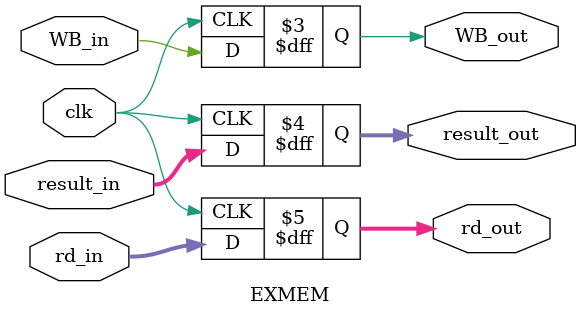
<source format=v>
module EXMEM(input clk, input WB_in, input [7:0] result_in, input [4:0] rd_in,
			output reg WB_out, output reg [7:0] result_out, output reg [4:0] rd_out);
	initial {WB_out, result_out, rd_out} = 14'b 0;
	always @(posedge clk) begin
		WB_out = WB_in;
		result_out = result_in;
		rd_out = rd_in;
	end
endmodule
</source>
